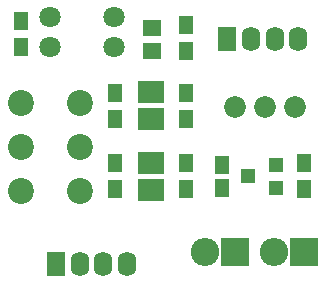
<source format=gts>
G04 #@! TF.FileFunction,Soldermask,Top*
%FSLAX46Y46*%
G04 Gerber Fmt 4.6, Leading zero omitted, Abs format (unit mm)*
G04 Created by KiCad (PCBNEW 4.0.4-1.fc24-product) date Thu Mar  1 09:37:53 2018*
%MOMM*%
%LPD*%
G01*
G04 APERTURE LIST*
%ADD10C,0.100000*%
%ADD11C,1.800000*%
%ADD12R,1.600000X2.100000*%
%ADD13O,1.600000X2.100000*%
%ADD14C,2.200000*%
%ADD15C,1.840000*%
%ADD16O,2.398980X2.398980*%
%ADD17R,2.398980X2.398980*%
%ADD18R,1.300000X1.600000*%
%ADD19R,2.200860X1.949400*%
%ADD20R,1.150000X1.600000*%
%ADD21R,1.300000X1.200000*%
%ADD22R,1.650000X1.400000*%
G04 APERTURE END LIST*
D10*
D11*
X137500000Y-80500000D03*
X137500000Y-83000000D03*
X142900000Y-80500000D03*
X142900000Y-83000000D03*
D12*
X138000000Y-101400000D03*
D13*
X140000000Y-101400000D03*
X142000000Y-101400000D03*
X144000000Y-101400000D03*
D14*
X135000000Y-87750000D03*
X135000000Y-91500000D03*
X135000000Y-95250000D03*
X140000000Y-87750000D03*
X140000000Y-91500000D03*
X140000000Y-95250000D03*
D15*
X158200000Y-88100000D03*
X155660000Y-88100000D03*
X153120000Y-88100000D03*
D16*
X150560000Y-100400000D03*
D17*
X153100000Y-100400000D03*
D16*
X156400000Y-100400000D03*
D17*
X158940000Y-100400000D03*
D18*
X143000000Y-95100000D03*
X143000000Y-92900000D03*
D19*
X146000000Y-92823980D03*
X146000000Y-95176020D03*
D20*
X152000000Y-93050000D03*
X152000000Y-94950000D03*
D19*
X146000000Y-89176020D03*
X146000000Y-86823980D03*
D12*
X152500000Y-82350000D03*
D13*
X154500000Y-82350000D03*
X156500000Y-82350000D03*
X158500000Y-82350000D03*
D21*
X156600000Y-94950000D03*
X156600000Y-93050000D03*
X154200000Y-94000000D03*
D18*
X149000000Y-92900000D03*
X149000000Y-95100000D03*
X159000000Y-92900000D03*
X159000000Y-95100000D03*
X143000000Y-89100000D03*
X143000000Y-86900000D03*
X149000000Y-86900000D03*
X149000000Y-89100000D03*
X149000000Y-83400000D03*
X149000000Y-81200000D03*
X135000000Y-83000000D03*
X135000000Y-80800000D03*
D22*
X146100000Y-81400000D03*
X146100000Y-83400000D03*
M02*

</source>
